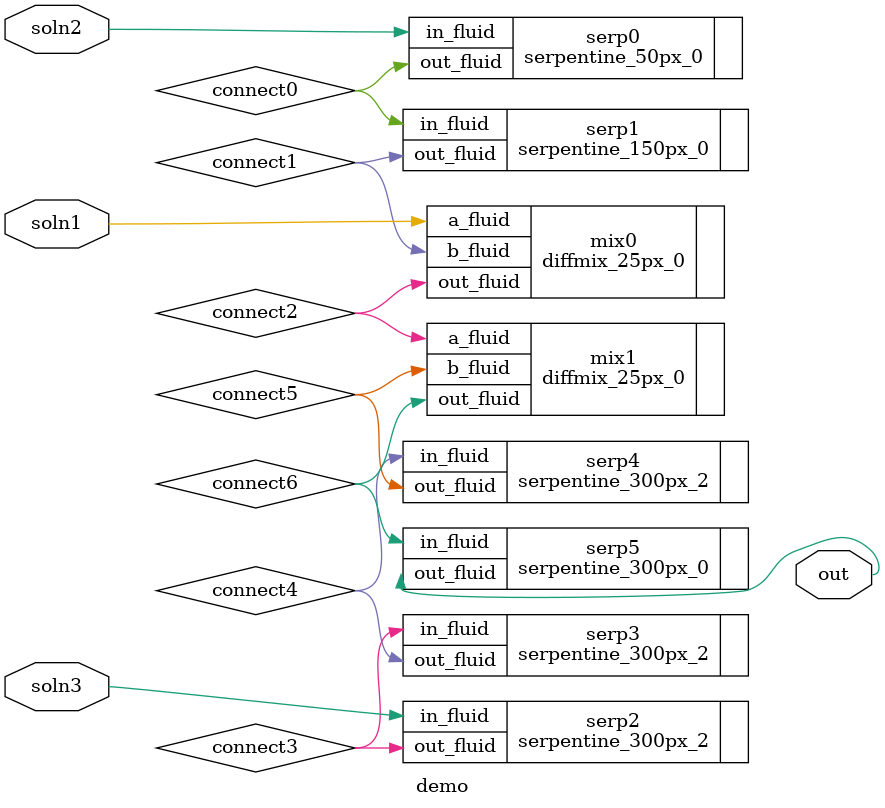
<source format=v>
module demo (
    soln1,
    soln2,
    soln3,
    out
);

input   soln1, soln2, soln3;
output  out;


wire    connect0,  connect1,  connect2,  connect3,  connect4,  connect5,  connect6,  connect7,  connect8,  connect9,
        connect10, connect11, connect12;

// Specification
serpentine_50px_0   serp0   (.in_fluid(soln2), .out_fluid(connect0));
serpentine_150px_0  serp1   (.in_fluid(connect0), .out_fluid(connect1));

diffmix_25px_0      mix0    (.a_fluid(soln1), .b_fluid(connect1), .out_fluid(connect2));

serpentine_300px_2  serp2   (.in_fluid(soln3), .out_fluid(connect3));
serpentine_300px_2  serp3   (.in_fluid(connect3), .out_fluid(connect4));
serpentine_300px_2  serp4   (.in_fluid(connect4), .out_fluid(connect5));

diffmix_25px_0      mix1    (.a_fluid(connect2), .b_fluid(connect5), .out_fluid(connect6));

serpentine_300px_0  serp5  (.in_fluid(connect6), .out_fluid(out));

// Implemented
// serpentine_300px_2  serp0   (.in_fluid(soln2), .out_fluid(connect0));

// diffmix_25px_0      mix0    (.a_fluid(soln1), .b_fluid(connect0), .out_fluid(connect1));

// serpentine_300px_2  serp1   (.in_fluid(soln3), .out_fluid(connect2));
// serpentine_300px_2  serp2   (.in_fluid(connect2), .out_fluid(connect3));
// serpentine_300px_2  serp3   (.in_fluid(connect3), .out_fluid(connect4));
// serpentine_300px_2  serp4   (.in_fluid(connect4), .out_fluid(connect5));
// serpentine_300px_2  serp5   (.in_fluid(connect5), .out_fluid(connect6));
// serpentine_300px_2  serp6   (.in_fluid(connect6), .out_fluid(connect7));

// diffmix_25px_0      mix1    (.a_fluid(connect1), .b_fluid(connect7), .out_fluid(connect8));

// serpentine_300px_0  serp7  (.in_fluid(connect8), .out_fluid(out));

endmodule

</source>
